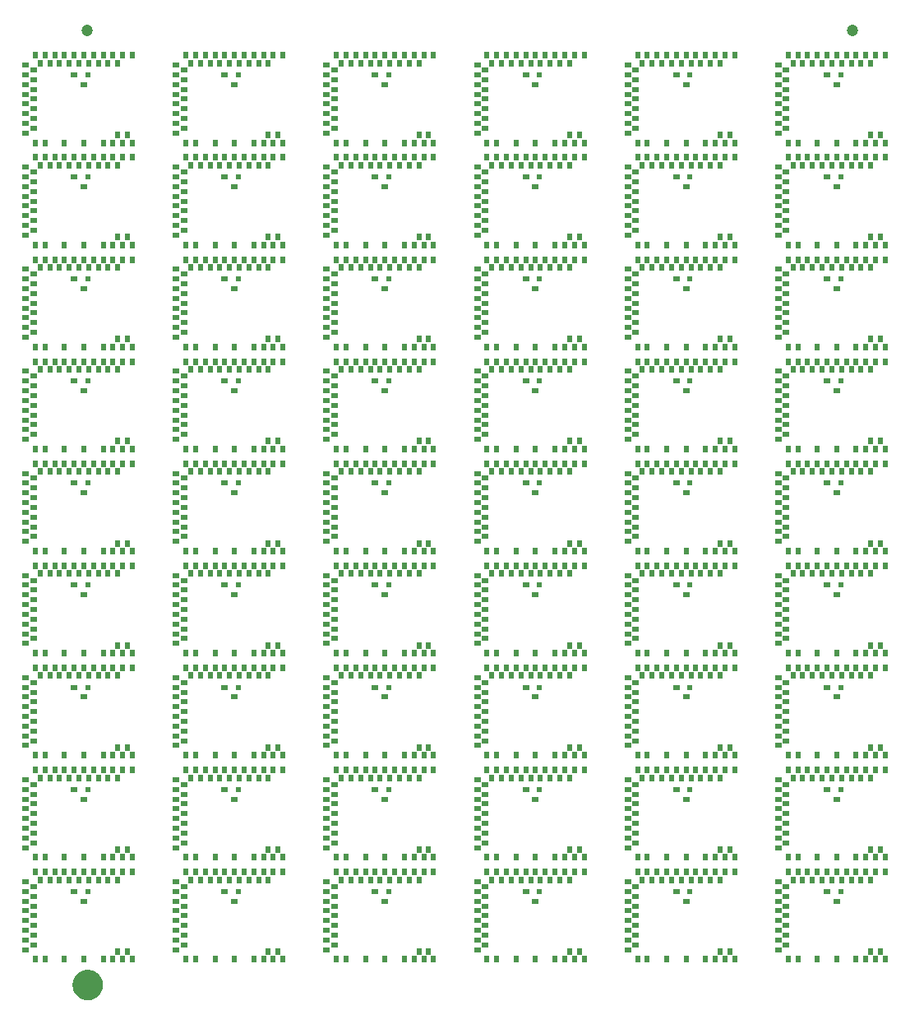
<source format=gbs>
G75*
%MOIN*%
%OFA0B0*%
%FSLAX25Y25*%
%IPPOS*%
%LPD*%
%AMOC8*
5,1,8,0,0,1.08239X$1,22.5*
%
%ADD10R,0.03162X0.02375*%
%ADD11R,0.02375X0.03162*%
%ADD12R,0.02178X0.02178*%
%ADD13C,0.04737*%
%ADD14C,0.05000*%
%ADD15C,0.06706*%
D10*
X0030719Y0034656D03*
X0033868Y0036624D03*
X0030719Y0038593D03*
X0033868Y0040561D03*
X0030719Y0042530D03*
X0033868Y0044498D03*
X0030719Y0046467D03*
X0033868Y0048435D03*
X0030719Y0050404D03*
X0033868Y0052372D03*
X0030719Y0054341D03*
X0033868Y0056309D03*
X0030719Y0058278D03*
X0033868Y0060246D03*
X0030719Y0062215D03*
X0030719Y0076026D03*
X0033868Y0077994D03*
X0030719Y0079963D03*
X0033868Y0081931D03*
X0030719Y0083900D03*
X0033868Y0085868D03*
X0030719Y0087837D03*
X0033868Y0089805D03*
X0030719Y0091774D03*
X0033868Y0093742D03*
X0030719Y0095711D03*
X0033868Y0097679D03*
X0030719Y0099648D03*
X0033868Y0101616D03*
X0030719Y0103585D03*
X0030719Y0117396D03*
X0033868Y0119364D03*
X0030719Y0121333D03*
X0033868Y0123301D03*
X0030719Y0125270D03*
X0033868Y0127238D03*
X0030719Y0129207D03*
X0033868Y0131175D03*
X0030719Y0133144D03*
X0033868Y0135112D03*
X0030719Y0137081D03*
X0033868Y0139049D03*
X0030719Y0141018D03*
X0033868Y0142986D03*
X0030719Y0144955D03*
X0030719Y0158766D03*
X0033868Y0160734D03*
X0030719Y0162703D03*
X0033868Y0164671D03*
X0030719Y0166640D03*
X0033868Y0168608D03*
X0030719Y0170577D03*
X0033868Y0172545D03*
X0030719Y0174514D03*
X0033868Y0176482D03*
X0030719Y0178451D03*
X0033868Y0180419D03*
X0030719Y0182388D03*
X0033868Y0184356D03*
X0030719Y0186325D03*
X0030719Y0200136D03*
X0033868Y0202104D03*
X0030719Y0204073D03*
X0033868Y0206041D03*
X0030719Y0208010D03*
X0033868Y0209978D03*
X0030719Y0211947D03*
X0033868Y0213915D03*
X0030719Y0215884D03*
X0033868Y0217852D03*
X0030719Y0219821D03*
X0033868Y0221789D03*
X0030719Y0223758D03*
X0033868Y0225726D03*
X0030719Y0227695D03*
X0030719Y0241506D03*
X0033868Y0243474D03*
X0030719Y0245443D03*
X0033868Y0247411D03*
X0030719Y0249380D03*
X0033868Y0251348D03*
X0030719Y0253317D03*
X0033868Y0255285D03*
X0030719Y0257254D03*
X0033868Y0259222D03*
X0030719Y0261191D03*
X0033868Y0263159D03*
X0030719Y0265128D03*
X0033868Y0267096D03*
X0030719Y0269065D03*
X0030719Y0282876D03*
X0033868Y0284845D03*
X0030719Y0286813D03*
X0033868Y0288782D03*
X0030719Y0290750D03*
X0033868Y0292719D03*
X0030719Y0294687D03*
X0033868Y0296656D03*
X0030719Y0298624D03*
X0033868Y0300593D03*
X0030719Y0302561D03*
X0033868Y0304530D03*
X0030719Y0306498D03*
X0033868Y0308467D03*
X0030719Y0310435D03*
X0030719Y0324246D03*
X0033868Y0326215D03*
X0030719Y0328183D03*
X0033868Y0330152D03*
X0030719Y0332120D03*
X0033868Y0334089D03*
X0030719Y0336057D03*
X0033868Y0338026D03*
X0030719Y0339994D03*
X0033868Y0341963D03*
X0030719Y0343931D03*
X0033868Y0345900D03*
X0030719Y0347868D03*
X0033868Y0349837D03*
X0030719Y0351805D03*
X0030719Y0365616D03*
X0033868Y0367585D03*
X0030719Y0369553D03*
X0033868Y0371522D03*
X0030719Y0373490D03*
X0033868Y0375459D03*
X0030719Y0377427D03*
X0033868Y0379396D03*
X0030719Y0381364D03*
X0033868Y0383333D03*
X0030719Y0385301D03*
X0033868Y0387270D03*
X0030719Y0389238D03*
X0033868Y0391207D03*
X0030719Y0393175D03*
X0050404Y0389238D03*
X0054341Y0385301D03*
X0091774Y0385301D03*
X0094923Y0383333D03*
X0091774Y0381364D03*
X0094923Y0379396D03*
X0091774Y0377427D03*
X0094923Y0375459D03*
X0091774Y0373490D03*
X0094923Y0371522D03*
X0091774Y0369553D03*
X0094923Y0367585D03*
X0091774Y0365616D03*
X0091774Y0351805D03*
X0094923Y0349837D03*
X0091774Y0347868D03*
X0094923Y0345900D03*
X0091774Y0343931D03*
X0094923Y0341963D03*
X0091774Y0339994D03*
X0094923Y0338026D03*
X0091774Y0336057D03*
X0094923Y0334089D03*
X0091774Y0332120D03*
X0094923Y0330152D03*
X0091774Y0328183D03*
X0094923Y0326215D03*
X0091774Y0324246D03*
X0091774Y0310435D03*
X0094923Y0308467D03*
X0091774Y0306498D03*
X0094923Y0304530D03*
X0091774Y0302561D03*
X0094923Y0300593D03*
X0091774Y0298624D03*
X0094923Y0296656D03*
X0091774Y0294687D03*
X0094923Y0292719D03*
X0091774Y0290750D03*
X0094923Y0288782D03*
X0091774Y0286813D03*
X0094923Y0284845D03*
X0091774Y0282876D03*
X0091774Y0269065D03*
X0094923Y0267096D03*
X0091774Y0265128D03*
X0094923Y0263159D03*
X0091774Y0261191D03*
X0094923Y0259222D03*
X0091774Y0257254D03*
X0094923Y0255285D03*
X0091774Y0253317D03*
X0094923Y0251348D03*
X0091774Y0249380D03*
X0094923Y0247411D03*
X0091774Y0245443D03*
X0094923Y0243474D03*
X0091774Y0241506D03*
X0091774Y0227695D03*
X0094923Y0225726D03*
X0091774Y0223758D03*
X0094923Y0221789D03*
X0091774Y0219821D03*
X0094923Y0217852D03*
X0091774Y0215884D03*
X0094923Y0213915D03*
X0091774Y0211947D03*
X0094923Y0209978D03*
X0091774Y0208010D03*
X0094923Y0206041D03*
X0091774Y0204073D03*
X0094923Y0202104D03*
X0091774Y0200136D03*
X0091774Y0186325D03*
X0094923Y0184356D03*
X0091774Y0182388D03*
X0094923Y0180419D03*
X0091774Y0178451D03*
X0094923Y0176482D03*
X0091774Y0174514D03*
X0094923Y0172545D03*
X0091774Y0170577D03*
X0094923Y0168608D03*
X0091774Y0166640D03*
X0094923Y0164671D03*
X0091774Y0162703D03*
X0094923Y0160734D03*
X0091774Y0158766D03*
X0091774Y0144955D03*
X0094923Y0142986D03*
X0091774Y0141018D03*
X0094923Y0139049D03*
X0091774Y0137081D03*
X0094923Y0135112D03*
X0091774Y0133144D03*
X0094923Y0131175D03*
X0091774Y0129207D03*
X0094923Y0127238D03*
X0091774Y0125270D03*
X0094923Y0123301D03*
X0091774Y0121333D03*
X0094923Y0119364D03*
X0091774Y0117396D03*
X0091774Y0103585D03*
X0094923Y0101616D03*
X0091774Y0099648D03*
X0094923Y0097679D03*
X0091774Y0095711D03*
X0094923Y0093742D03*
X0091774Y0091774D03*
X0094923Y0089805D03*
X0091774Y0087837D03*
X0094923Y0085868D03*
X0091774Y0083900D03*
X0094923Y0081931D03*
X0091774Y0079963D03*
X0094923Y0077994D03*
X0091774Y0076026D03*
X0091774Y0062215D03*
X0094923Y0060246D03*
X0091774Y0058278D03*
X0094923Y0056309D03*
X0091774Y0054341D03*
X0094923Y0052372D03*
X0091774Y0050404D03*
X0094923Y0048435D03*
X0091774Y0046467D03*
X0094923Y0044498D03*
X0091774Y0042530D03*
X0094923Y0040561D03*
X0091774Y0038593D03*
X0094923Y0036624D03*
X0091774Y0034656D03*
X0111459Y0058278D03*
X0115396Y0054341D03*
X0152829Y0054341D03*
X0155978Y0056309D03*
X0152829Y0058278D03*
X0155978Y0060246D03*
X0152829Y0062215D03*
X0155978Y0052372D03*
X0152829Y0050404D03*
X0155978Y0048435D03*
X0152829Y0046467D03*
X0155978Y0044498D03*
X0152829Y0042530D03*
X0155978Y0040561D03*
X0152829Y0038593D03*
X0155978Y0036624D03*
X0152829Y0034656D03*
X0172514Y0058278D03*
X0176451Y0054341D03*
X0155978Y0077994D03*
X0152829Y0076026D03*
X0152829Y0079963D03*
X0155978Y0081931D03*
X0152829Y0083900D03*
X0155978Y0085868D03*
X0152829Y0087837D03*
X0155978Y0089805D03*
X0152829Y0091774D03*
X0155978Y0093742D03*
X0152829Y0095711D03*
X0155978Y0097679D03*
X0152829Y0099648D03*
X0155978Y0101616D03*
X0152829Y0103585D03*
X0152829Y0117396D03*
X0155978Y0119364D03*
X0152829Y0121333D03*
X0155978Y0123301D03*
X0152829Y0125270D03*
X0155978Y0127238D03*
X0152829Y0129207D03*
X0155978Y0131175D03*
X0152829Y0133144D03*
X0155978Y0135112D03*
X0152829Y0137081D03*
X0155978Y0139049D03*
X0152829Y0141018D03*
X0155978Y0142986D03*
X0152829Y0144955D03*
X0152829Y0158766D03*
X0155978Y0160734D03*
X0152829Y0162703D03*
X0155978Y0164671D03*
X0152829Y0166640D03*
X0155978Y0168608D03*
X0152829Y0170577D03*
X0155978Y0172545D03*
X0152829Y0174514D03*
X0155978Y0176482D03*
X0152829Y0178451D03*
X0155978Y0180419D03*
X0152829Y0182388D03*
X0155978Y0184356D03*
X0152829Y0186325D03*
X0152829Y0200136D03*
X0155978Y0202104D03*
X0152829Y0204073D03*
X0155978Y0206041D03*
X0152829Y0208010D03*
X0155978Y0209978D03*
X0152829Y0211947D03*
X0155978Y0213915D03*
X0152829Y0215884D03*
X0155978Y0217852D03*
X0152829Y0219821D03*
X0155978Y0221789D03*
X0152829Y0223758D03*
X0155978Y0225726D03*
X0152829Y0227695D03*
X0152829Y0241506D03*
X0155978Y0243474D03*
X0152829Y0245443D03*
X0155978Y0247411D03*
X0152829Y0249380D03*
X0155978Y0251348D03*
X0152829Y0253317D03*
X0155978Y0255285D03*
X0152829Y0257254D03*
X0155978Y0259222D03*
X0152829Y0261191D03*
X0155978Y0263159D03*
X0152829Y0265128D03*
X0155978Y0267096D03*
X0152829Y0269065D03*
X0152829Y0282876D03*
X0155978Y0284845D03*
X0152829Y0286813D03*
X0155978Y0288782D03*
X0152829Y0290750D03*
X0155978Y0292719D03*
X0152829Y0294687D03*
X0155978Y0296656D03*
X0152829Y0298624D03*
X0155978Y0300593D03*
X0152829Y0302561D03*
X0155978Y0304530D03*
X0152829Y0306498D03*
X0155978Y0308467D03*
X0152829Y0310435D03*
X0152829Y0324246D03*
X0155978Y0326215D03*
X0152829Y0328183D03*
X0155978Y0330152D03*
X0152829Y0332120D03*
X0155978Y0334089D03*
X0152829Y0336057D03*
X0155978Y0338026D03*
X0152829Y0339994D03*
X0155978Y0341963D03*
X0152829Y0343931D03*
X0155978Y0345900D03*
X0152829Y0347868D03*
X0155978Y0349837D03*
X0152829Y0351805D03*
X0152829Y0365616D03*
X0155978Y0367585D03*
X0152829Y0369553D03*
X0155978Y0371522D03*
X0152829Y0373490D03*
X0155978Y0375459D03*
X0152829Y0377427D03*
X0155978Y0379396D03*
X0152829Y0381364D03*
X0155978Y0383333D03*
X0152829Y0385301D03*
X0155978Y0387270D03*
X0152829Y0389238D03*
X0155978Y0391207D03*
X0152829Y0393175D03*
X0172514Y0389238D03*
X0176451Y0385301D03*
X0213884Y0385301D03*
X0217034Y0383333D03*
X0213884Y0381364D03*
X0217034Y0379396D03*
X0213884Y0377427D03*
X0217034Y0375459D03*
X0213884Y0373490D03*
X0217034Y0371522D03*
X0213884Y0369553D03*
X0217034Y0367585D03*
X0213884Y0365616D03*
X0213884Y0351805D03*
X0217034Y0349837D03*
X0213884Y0347868D03*
X0217034Y0345900D03*
X0213884Y0343931D03*
X0217034Y0341963D03*
X0213884Y0339994D03*
X0217034Y0338026D03*
X0213884Y0336057D03*
X0217034Y0334089D03*
X0213884Y0332120D03*
X0217034Y0330152D03*
X0213884Y0328183D03*
X0217034Y0326215D03*
X0213884Y0324246D03*
X0213884Y0310435D03*
X0217034Y0308467D03*
X0213884Y0306498D03*
X0217034Y0304530D03*
X0213884Y0302561D03*
X0217034Y0300593D03*
X0213884Y0298624D03*
X0217034Y0296656D03*
X0213884Y0294687D03*
X0217034Y0292719D03*
X0213884Y0290750D03*
X0217034Y0288782D03*
X0213884Y0286813D03*
X0217034Y0284845D03*
X0213884Y0282876D03*
X0213884Y0269065D03*
X0217034Y0267096D03*
X0213884Y0265128D03*
X0217034Y0263159D03*
X0213884Y0261191D03*
X0217034Y0259222D03*
X0213884Y0257254D03*
X0217034Y0255285D03*
X0213884Y0253317D03*
X0217034Y0251348D03*
X0213884Y0249380D03*
X0217034Y0247411D03*
X0213884Y0245443D03*
X0217034Y0243474D03*
X0213884Y0241506D03*
X0213884Y0227695D03*
X0217034Y0225726D03*
X0213884Y0223758D03*
X0217034Y0221789D03*
X0213884Y0219821D03*
X0217034Y0217852D03*
X0213884Y0215884D03*
X0217034Y0213915D03*
X0213884Y0211947D03*
X0217034Y0209978D03*
X0213884Y0208010D03*
X0217034Y0206041D03*
X0213884Y0204073D03*
X0217034Y0202104D03*
X0213884Y0200136D03*
X0213884Y0186325D03*
X0217034Y0184356D03*
X0213884Y0182388D03*
X0217034Y0180419D03*
X0213884Y0178451D03*
X0217034Y0176482D03*
X0213884Y0174514D03*
X0217034Y0172545D03*
X0213884Y0170577D03*
X0217034Y0168608D03*
X0213884Y0166640D03*
X0217034Y0164671D03*
X0213884Y0162703D03*
X0217034Y0160734D03*
X0213884Y0158766D03*
X0213884Y0144955D03*
X0217034Y0142986D03*
X0213884Y0141018D03*
X0217034Y0139049D03*
X0213884Y0137081D03*
X0217034Y0135112D03*
X0213884Y0133144D03*
X0217034Y0131175D03*
X0213884Y0129207D03*
X0217034Y0127238D03*
X0213884Y0125270D03*
X0217034Y0123301D03*
X0213884Y0121333D03*
X0217034Y0119364D03*
X0213884Y0117396D03*
X0213884Y0103585D03*
X0217034Y0101616D03*
X0213884Y0099648D03*
X0217034Y0097679D03*
X0213884Y0095711D03*
X0217034Y0093742D03*
X0213884Y0091774D03*
X0217034Y0089805D03*
X0213884Y0087837D03*
X0217034Y0085868D03*
X0213884Y0083900D03*
X0217034Y0081931D03*
X0213884Y0079963D03*
X0217034Y0077994D03*
X0213884Y0076026D03*
X0213884Y0062215D03*
X0217034Y0060246D03*
X0213884Y0058278D03*
X0217034Y0056309D03*
X0213884Y0054341D03*
X0217034Y0052372D03*
X0213884Y0050404D03*
X0217034Y0048435D03*
X0213884Y0046467D03*
X0217034Y0044498D03*
X0213884Y0042530D03*
X0217034Y0040561D03*
X0213884Y0038593D03*
X0217034Y0036624D03*
X0213884Y0034656D03*
X0237506Y0054341D03*
X0233569Y0058278D03*
X0237506Y0095711D03*
X0233569Y0099648D03*
X0237506Y0137081D03*
X0233569Y0141018D03*
X0237506Y0178451D03*
X0233569Y0182388D03*
X0237506Y0219821D03*
X0233569Y0223758D03*
X0237506Y0261191D03*
X0233569Y0265128D03*
X0237506Y0302561D03*
X0233569Y0306498D03*
X0237506Y0343931D03*
X0233569Y0347868D03*
X0237506Y0385301D03*
X0233569Y0389238D03*
X0217034Y0387270D03*
X0213884Y0389238D03*
X0217034Y0391207D03*
X0213884Y0393175D03*
X0172514Y0347868D03*
X0176451Y0343931D03*
X0172514Y0306498D03*
X0176451Y0302561D03*
X0172514Y0265128D03*
X0176451Y0261191D03*
X0172514Y0223758D03*
X0176451Y0219821D03*
X0172514Y0182388D03*
X0176451Y0178451D03*
X0172514Y0141018D03*
X0176451Y0137081D03*
X0172514Y0099648D03*
X0176451Y0095711D03*
X0115396Y0095711D03*
X0111459Y0099648D03*
X0115396Y0137081D03*
X0111459Y0141018D03*
X0115396Y0178451D03*
X0111459Y0182388D03*
X0115396Y0219821D03*
X0111459Y0223758D03*
X0115396Y0261191D03*
X0111459Y0265128D03*
X0115396Y0302561D03*
X0111459Y0306498D03*
X0115396Y0343931D03*
X0111459Y0347868D03*
X0115396Y0385301D03*
X0111459Y0389238D03*
X0094923Y0387270D03*
X0091774Y0389238D03*
X0094923Y0391207D03*
X0091774Y0393175D03*
X0050404Y0347868D03*
X0054341Y0343931D03*
X0050404Y0306498D03*
X0054341Y0302561D03*
X0050404Y0265128D03*
X0054341Y0261191D03*
X0050404Y0223758D03*
X0054341Y0219821D03*
X0050404Y0182388D03*
X0054341Y0178451D03*
X0050404Y0141018D03*
X0054341Y0137081D03*
X0050404Y0099648D03*
X0054341Y0095711D03*
X0050404Y0058278D03*
X0054341Y0054341D03*
X0274939Y0054341D03*
X0278089Y0056309D03*
X0274939Y0058278D03*
X0278089Y0060246D03*
X0274939Y0062215D03*
X0278089Y0052372D03*
X0274939Y0050404D03*
X0278089Y0048435D03*
X0274939Y0046467D03*
X0278089Y0044498D03*
X0274939Y0042530D03*
X0278089Y0040561D03*
X0274939Y0038593D03*
X0278089Y0036624D03*
X0274939Y0034656D03*
X0294624Y0058278D03*
X0298561Y0054341D03*
X0278089Y0077994D03*
X0274939Y0076026D03*
X0274939Y0079963D03*
X0278089Y0081931D03*
X0274939Y0083900D03*
X0278089Y0085868D03*
X0274939Y0087837D03*
X0278089Y0089805D03*
X0274939Y0091774D03*
X0278089Y0093742D03*
X0274939Y0095711D03*
X0278089Y0097679D03*
X0274939Y0099648D03*
X0278089Y0101616D03*
X0274939Y0103585D03*
X0274939Y0117396D03*
X0278089Y0119364D03*
X0274939Y0121333D03*
X0278089Y0123301D03*
X0274939Y0125270D03*
X0278089Y0127238D03*
X0274939Y0129207D03*
X0278089Y0131175D03*
X0274939Y0133144D03*
X0278089Y0135112D03*
X0274939Y0137081D03*
X0278089Y0139049D03*
X0274939Y0141018D03*
X0278089Y0142986D03*
X0274939Y0144955D03*
X0274939Y0158766D03*
X0278089Y0160734D03*
X0274939Y0162703D03*
X0278089Y0164671D03*
X0274939Y0166640D03*
X0278089Y0168608D03*
X0274939Y0170577D03*
X0278089Y0172545D03*
X0274939Y0174514D03*
X0278089Y0176482D03*
X0274939Y0178451D03*
X0278089Y0180419D03*
X0274939Y0182388D03*
X0278089Y0184356D03*
X0274939Y0186325D03*
X0274939Y0200136D03*
X0278089Y0202104D03*
X0274939Y0204073D03*
X0278089Y0206041D03*
X0274939Y0208010D03*
X0278089Y0209978D03*
X0274939Y0211947D03*
X0278089Y0213915D03*
X0274939Y0215884D03*
X0278089Y0217852D03*
X0274939Y0219821D03*
X0278089Y0221789D03*
X0274939Y0223758D03*
X0278089Y0225726D03*
X0274939Y0227695D03*
X0274939Y0241506D03*
X0278089Y0243474D03*
X0274939Y0245443D03*
X0278089Y0247411D03*
X0274939Y0249380D03*
X0278089Y0251348D03*
X0274939Y0253317D03*
X0278089Y0255285D03*
X0274939Y0257254D03*
X0278089Y0259222D03*
X0274939Y0261191D03*
X0278089Y0263159D03*
X0274939Y0265128D03*
X0278089Y0267096D03*
X0274939Y0269065D03*
X0274939Y0282876D03*
X0278089Y0284845D03*
X0274939Y0286813D03*
X0278089Y0288782D03*
X0274939Y0290750D03*
X0278089Y0292719D03*
X0274939Y0294687D03*
X0278089Y0296656D03*
X0274939Y0298624D03*
X0278089Y0300593D03*
X0274939Y0302561D03*
X0278089Y0304530D03*
X0274939Y0306498D03*
X0278089Y0308467D03*
X0274939Y0310435D03*
X0274939Y0324246D03*
X0278089Y0326215D03*
X0274939Y0328183D03*
X0278089Y0330152D03*
X0274939Y0332120D03*
X0278089Y0334089D03*
X0274939Y0336057D03*
X0278089Y0338026D03*
X0274939Y0339994D03*
X0278089Y0341963D03*
X0274939Y0343931D03*
X0278089Y0345900D03*
X0274939Y0347868D03*
X0278089Y0349837D03*
X0274939Y0351805D03*
X0274939Y0365616D03*
X0278089Y0367585D03*
X0274939Y0369553D03*
X0278089Y0371522D03*
X0274939Y0373490D03*
X0278089Y0375459D03*
X0274939Y0377427D03*
X0278089Y0379396D03*
X0274939Y0381364D03*
X0278089Y0383333D03*
X0274939Y0385301D03*
X0278089Y0387270D03*
X0274939Y0389238D03*
X0278089Y0391207D03*
X0274939Y0393175D03*
X0294624Y0389238D03*
X0298561Y0385301D03*
X0335994Y0385301D03*
X0339144Y0383333D03*
X0335994Y0381364D03*
X0339144Y0379396D03*
X0335994Y0377427D03*
X0339144Y0375459D03*
X0335994Y0373490D03*
X0339144Y0371522D03*
X0335994Y0369553D03*
X0339144Y0367585D03*
X0335994Y0365616D03*
X0335994Y0351805D03*
X0339144Y0349837D03*
X0335994Y0347868D03*
X0339144Y0345900D03*
X0335994Y0343931D03*
X0339144Y0341963D03*
X0335994Y0339994D03*
X0339144Y0338026D03*
X0335994Y0336057D03*
X0339144Y0334089D03*
X0335994Y0332120D03*
X0339144Y0330152D03*
X0335994Y0328183D03*
X0339144Y0326215D03*
X0335994Y0324246D03*
X0335994Y0310435D03*
X0339144Y0308467D03*
X0335994Y0306498D03*
X0339144Y0304530D03*
X0335994Y0302561D03*
X0339144Y0300593D03*
X0335994Y0298624D03*
X0339144Y0296656D03*
X0335994Y0294687D03*
X0339144Y0292719D03*
X0335994Y0290750D03*
X0339144Y0288782D03*
X0335994Y0286813D03*
X0339144Y0284845D03*
X0335994Y0282876D03*
X0335994Y0269065D03*
X0339144Y0267096D03*
X0335994Y0265128D03*
X0339144Y0263159D03*
X0335994Y0261191D03*
X0339144Y0259222D03*
X0335994Y0257254D03*
X0339144Y0255285D03*
X0335994Y0253317D03*
X0339144Y0251348D03*
X0335994Y0249380D03*
X0339144Y0247411D03*
X0335994Y0245443D03*
X0339144Y0243474D03*
X0335994Y0241506D03*
X0335994Y0227695D03*
X0339144Y0225726D03*
X0335994Y0223758D03*
X0339144Y0221789D03*
X0335994Y0219821D03*
X0339144Y0217852D03*
X0335994Y0215884D03*
X0339144Y0213915D03*
X0335994Y0211947D03*
X0339144Y0209978D03*
X0335994Y0208010D03*
X0339144Y0206041D03*
X0335994Y0204073D03*
X0339144Y0202104D03*
X0335994Y0200136D03*
X0335994Y0186325D03*
X0339144Y0184356D03*
X0335994Y0182388D03*
X0339144Y0180419D03*
X0335994Y0178451D03*
X0339144Y0176482D03*
X0335994Y0174514D03*
X0339144Y0172545D03*
X0335994Y0170577D03*
X0339144Y0168608D03*
X0335994Y0166640D03*
X0339144Y0164671D03*
X0335994Y0162703D03*
X0339144Y0160734D03*
X0335994Y0158766D03*
X0335994Y0144955D03*
X0339144Y0142986D03*
X0335994Y0141018D03*
X0339144Y0139049D03*
X0335994Y0137081D03*
X0339144Y0135112D03*
X0335994Y0133144D03*
X0339144Y0131175D03*
X0335994Y0129207D03*
X0339144Y0127238D03*
X0335994Y0125270D03*
X0339144Y0123301D03*
X0335994Y0121333D03*
X0339144Y0119364D03*
X0335994Y0117396D03*
X0335994Y0103585D03*
X0339144Y0101616D03*
X0335994Y0099648D03*
X0339144Y0097679D03*
X0335994Y0095711D03*
X0339144Y0093742D03*
X0335994Y0091774D03*
X0339144Y0089805D03*
X0335994Y0087837D03*
X0339144Y0085868D03*
X0335994Y0083900D03*
X0339144Y0081931D03*
X0335994Y0079963D03*
X0339144Y0077994D03*
X0335994Y0076026D03*
X0335994Y0062215D03*
X0339144Y0060246D03*
X0335994Y0058278D03*
X0339144Y0056309D03*
X0335994Y0054341D03*
X0339144Y0052372D03*
X0335994Y0050404D03*
X0339144Y0048435D03*
X0335994Y0046467D03*
X0339144Y0044498D03*
X0335994Y0042530D03*
X0339144Y0040561D03*
X0335994Y0038593D03*
X0339144Y0036624D03*
X0335994Y0034656D03*
X0355679Y0058278D03*
X0359616Y0054341D03*
X0359616Y0095711D03*
X0355679Y0099648D03*
X0359616Y0137081D03*
X0355679Y0141018D03*
X0359616Y0178451D03*
X0355679Y0182388D03*
X0359616Y0219821D03*
X0355679Y0223758D03*
X0359616Y0261191D03*
X0355679Y0265128D03*
X0359616Y0302561D03*
X0355679Y0306498D03*
X0359616Y0343931D03*
X0355679Y0347868D03*
X0359616Y0385301D03*
X0355679Y0389238D03*
X0339144Y0387270D03*
X0335994Y0389238D03*
X0339144Y0391207D03*
X0335994Y0393175D03*
X0294624Y0347868D03*
X0298561Y0343931D03*
X0294624Y0306498D03*
X0298561Y0302561D03*
X0294624Y0265128D03*
X0298561Y0261191D03*
X0294624Y0223758D03*
X0298561Y0219821D03*
X0294624Y0182388D03*
X0298561Y0178451D03*
X0294624Y0141018D03*
X0298561Y0137081D03*
X0294624Y0099648D03*
X0298561Y0095711D03*
D11*
X0034656Y0030719D03*
X0038593Y0030719D03*
X0046467Y0030719D03*
X0054341Y0030719D03*
X0062215Y0030719D03*
X0066152Y0030719D03*
X0068120Y0033868D03*
X0070089Y0030719D03*
X0072057Y0033868D03*
X0074026Y0030719D03*
X0095711Y0030719D03*
X0099648Y0030719D03*
X0107522Y0030719D03*
X0115396Y0030719D03*
X0123270Y0030719D03*
X0127207Y0030719D03*
X0129175Y0033868D03*
X0131144Y0030719D03*
X0133112Y0033868D03*
X0135081Y0030719D03*
X0156766Y0030719D03*
X0160703Y0030719D03*
X0168577Y0030719D03*
X0176451Y0030719D03*
X0184325Y0030719D03*
X0188262Y0030719D03*
X0190230Y0033868D03*
X0192199Y0030719D03*
X0194167Y0033868D03*
X0196136Y0030719D03*
X0217821Y0030719D03*
X0221758Y0030719D03*
X0229632Y0030719D03*
X0237506Y0030719D03*
X0245380Y0030719D03*
X0249317Y0030719D03*
X0251285Y0033868D03*
X0253254Y0030719D03*
X0255222Y0033868D03*
X0257191Y0030719D03*
X0278876Y0030719D03*
X0282813Y0030719D03*
X0290687Y0030719D03*
X0298561Y0030719D03*
X0306435Y0030719D03*
X0310372Y0030719D03*
X0312341Y0033868D03*
X0314309Y0030719D03*
X0316278Y0033868D03*
X0318246Y0030719D03*
X0339931Y0030719D03*
X0343868Y0030719D03*
X0351742Y0030719D03*
X0359616Y0030719D03*
X0367490Y0030719D03*
X0371427Y0030719D03*
X0373396Y0033868D03*
X0375364Y0030719D03*
X0377333Y0033868D03*
X0379301Y0030719D03*
X0373396Y0063002D03*
X0375364Y0066152D03*
X0371427Y0066152D03*
X0369459Y0063002D03*
X0367490Y0066152D03*
X0365522Y0063002D03*
X0363553Y0066152D03*
X0361585Y0063002D03*
X0359616Y0066152D03*
X0357648Y0063002D03*
X0355679Y0066152D03*
X0353711Y0063002D03*
X0351742Y0066152D03*
X0349774Y0063002D03*
X0347805Y0066152D03*
X0345837Y0063002D03*
X0343868Y0066152D03*
X0341900Y0063002D03*
X0339931Y0066152D03*
X0339931Y0072089D03*
X0343868Y0072089D03*
X0351742Y0072089D03*
X0359616Y0072089D03*
X0367490Y0072089D03*
X0371427Y0072089D03*
X0373396Y0075238D03*
X0375364Y0072089D03*
X0377333Y0075238D03*
X0379301Y0072089D03*
X0379301Y0066152D03*
X0373396Y0104372D03*
X0375364Y0107522D03*
X0371427Y0107522D03*
X0369459Y0104372D03*
X0367490Y0107522D03*
X0365522Y0104372D03*
X0363553Y0107522D03*
X0361585Y0104372D03*
X0359616Y0107522D03*
X0357648Y0104372D03*
X0355679Y0107522D03*
X0353711Y0104372D03*
X0351742Y0107522D03*
X0349774Y0104372D03*
X0347805Y0107522D03*
X0345837Y0104372D03*
X0343868Y0107522D03*
X0341900Y0104372D03*
X0339931Y0107522D03*
X0339931Y0113459D03*
X0343868Y0113459D03*
X0351742Y0113459D03*
X0359616Y0113459D03*
X0367490Y0113459D03*
X0371427Y0113459D03*
X0373396Y0116608D03*
X0375364Y0113459D03*
X0377333Y0116608D03*
X0379301Y0113459D03*
X0379301Y0107522D03*
X0373396Y0145742D03*
X0375364Y0148892D03*
X0371427Y0148892D03*
X0369459Y0145742D03*
X0367490Y0148892D03*
X0365522Y0145742D03*
X0363553Y0148892D03*
X0361585Y0145742D03*
X0359616Y0148892D03*
X0357648Y0145742D03*
X0355679Y0148892D03*
X0353711Y0145742D03*
X0351742Y0148892D03*
X0349774Y0145742D03*
X0347805Y0148892D03*
X0345837Y0145742D03*
X0343868Y0148892D03*
X0341900Y0145742D03*
X0339931Y0148892D03*
X0339931Y0154829D03*
X0343868Y0154829D03*
X0351742Y0154829D03*
X0359616Y0154829D03*
X0367490Y0154829D03*
X0371427Y0154829D03*
X0373396Y0157978D03*
X0375364Y0154829D03*
X0377333Y0157978D03*
X0379301Y0154829D03*
X0379301Y0148892D03*
X0373396Y0187112D03*
X0375364Y0190262D03*
X0371427Y0190262D03*
X0369459Y0187112D03*
X0367490Y0190262D03*
X0365522Y0187112D03*
X0363553Y0190262D03*
X0361585Y0187112D03*
X0359616Y0190262D03*
X0357648Y0187112D03*
X0355679Y0190262D03*
X0353711Y0187112D03*
X0351742Y0190262D03*
X0349774Y0187112D03*
X0347805Y0190262D03*
X0345837Y0187112D03*
X0343868Y0190262D03*
X0341900Y0187112D03*
X0339931Y0190262D03*
X0339931Y0196199D03*
X0343868Y0196199D03*
X0351742Y0196199D03*
X0359616Y0196199D03*
X0367490Y0196199D03*
X0371427Y0196199D03*
X0373396Y0199348D03*
X0375364Y0196199D03*
X0377333Y0199348D03*
X0379301Y0196199D03*
X0379301Y0190262D03*
X0373396Y0228482D03*
X0375364Y0231632D03*
X0371427Y0231632D03*
X0369459Y0228482D03*
X0367490Y0231632D03*
X0365522Y0228482D03*
X0363553Y0231632D03*
X0361585Y0228482D03*
X0359616Y0231632D03*
X0357648Y0228482D03*
X0355679Y0231632D03*
X0353711Y0228482D03*
X0351742Y0231632D03*
X0349774Y0228482D03*
X0347805Y0231632D03*
X0345837Y0228482D03*
X0343868Y0231632D03*
X0341900Y0228482D03*
X0339931Y0231632D03*
X0339931Y0237569D03*
X0343868Y0237569D03*
X0351742Y0237569D03*
X0359616Y0237569D03*
X0367490Y0237569D03*
X0371427Y0237569D03*
X0373396Y0240719D03*
X0375364Y0237569D03*
X0377333Y0240719D03*
X0379301Y0237569D03*
X0379301Y0231632D03*
X0373396Y0269852D03*
X0375364Y0273002D03*
X0371427Y0273002D03*
X0369459Y0269852D03*
X0367490Y0273002D03*
X0365522Y0269852D03*
X0363553Y0273002D03*
X0361585Y0269852D03*
X0359616Y0273002D03*
X0357648Y0269852D03*
X0355679Y0273002D03*
X0353711Y0269852D03*
X0351742Y0273002D03*
X0349774Y0269852D03*
X0347805Y0273002D03*
X0345837Y0269852D03*
X0343868Y0273002D03*
X0341900Y0269852D03*
X0339931Y0273002D03*
X0339931Y0278939D03*
X0343868Y0278939D03*
X0351742Y0278939D03*
X0359616Y0278939D03*
X0367490Y0278939D03*
X0371427Y0278939D03*
X0373396Y0282089D03*
X0375364Y0278939D03*
X0377333Y0282089D03*
X0379301Y0278939D03*
X0379301Y0273002D03*
X0373396Y0311222D03*
X0375364Y0314372D03*
X0371427Y0314372D03*
X0369459Y0311222D03*
X0367490Y0314372D03*
X0365522Y0311222D03*
X0363553Y0314372D03*
X0361585Y0311222D03*
X0359616Y0314372D03*
X0357648Y0311222D03*
X0355679Y0314372D03*
X0353711Y0311222D03*
X0351742Y0314372D03*
X0349774Y0311222D03*
X0347805Y0314372D03*
X0345837Y0311222D03*
X0343868Y0314372D03*
X0341900Y0311222D03*
X0339931Y0314372D03*
X0339931Y0320309D03*
X0343868Y0320309D03*
X0351742Y0320309D03*
X0359616Y0320309D03*
X0367490Y0320309D03*
X0371427Y0320309D03*
X0373396Y0323459D03*
X0375364Y0320309D03*
X0377333Y0323459D03*
X0379301Y0320309D03*
X0379301Y0314372D03*
X0373396Y0352593D03*
X0375364Y0355742D03*
X0371427Y0355742D03*
X0369459Y0352593D03*
X0367490Y0355742D03*
X0365522Y0352593D03*
X0363553Y0355742D03*
X0361585Y0352593D03*
X0359616Y0355742D03*
X0357648Y0352593D03*
X0355679Y0355742D03*
X0353711Y0352593D03*
X0351742Y0355742D03*
X0349774Y0352593D03*
X0347805Y0355742D03*
X0345837Y0352593D03*
X0343868Y0355742D03*
X0341900Y0352593D03*
X0339931Y0355742D03*
X0339931Y0361679D03*
X0343868Y0361679D03*
X0351742Y0361679D03*
X0359616Y0361679D03*
X0367490Y0361679D03*
X0371427Y0361679D03*
X0373396Y0364829D03*
X0375364Y0361679D03*
X0377333Y0364829D03*
X0379301Y0361679D03*
X0379301Y0355742D03*
X0373396Y0393963D03*
X0375364Y0397112D03*
X0371427Y0397112D03*
X0369459Y0393963D03*
X0367490Y0397112D03*
X0365522Y0393963D03*
X0363553Y0397112D03*
X0361585Y0393963D03*
X0359616Y0397112D03*
X0357648Y0393963D03*
X0355679Y0397112D03*
X0353711Y0393963D03*
X0351742Y0397112D03*
X0349774Y0393963D03*
X0347805Y0397112D03*
X0345837Y0393963D03*
X0343868Y0397112D03*
X0341900Y0393963D03*
X0339931Y0397112D03*
X0318246Y0397112D03*
X0314309Y0397112D03*
X0312341Y0393963D03*
X0310372Y0397112D03*
X0308404Y0393963D03*
X0306435Y0397112D03*
X0304467Y0393963D03*
X0302498Y0397112D03*
X0300530Y0393963D03*
X0298561Y0397112D03*
X0296593Y0393963D03*
X0294624Y0397112D03*
X0292656Y0393963D03*
X0290687Y0397112D03*
X0288719Y0393963D03*
X0286750Y0397112D03*
X0284782Y0393963D03*
X0282813Y0397112D03*
X0280845Y0393963D03*
X0278876Y0397112D03*
X0257191Y0397112D03*
X0253254Y0397112D03*
X0251285Y0393963D03*
X0249317Y0397112D03*
X0247348Y0393963D03*
X0245380Y0397112D03*
X0243411Y0393963D03*
X0241443Y0397112D03*
X0239474Y0393963D03*
X0237506Y0397112D03*
X0235537Y0393963D03*
X0233569Y0397112D03*
X0231600Y0393963D03*
X0229632Y0397112D03*
X0227663Y0393963D03*
X0225695Y0397112D03*
X0223726Y0393963D03*
X0221758Y0397112D03*
X0219789Y0393963D03*
X0217821Y0397112D03*
X0196136Y0397112D03*
X0192199Y0397112D03*
X0190230Y0393963D03*
X0188262Y0397112D03*
X0186293Y0393963D03*
X0184325Y0397112D03*
X0182356Y0393963D03*
X0180388Y0397112D03*
X0178419Y0393963D03*
X0176451Y0397112D03*
X0174482Y0393963D03*
X0172514Y0397112D03*
X0170545Y0393963D03*
X0168577Y0397112D03*
X0166608Y0393963D03*
X0164640Y0397112D03*
X0162671Y0393963D03*
X0160703Y0397112D03*
X0158734Y0393963D03*
X0156766Y0397112D03*
X0135081Y0397112D03*
X0131144Y0397112D03*
X0129175Y0393963D03*
X0127207Y0397112D03*
X0125238Y0393963D03*
X0123270Y0397112D03*
X0121301Y0393963D03*
X0119333Y0397112D03*
X0117364Y0393963D03*
X0115396Y0397112D03*
X0113427Y0393963D03*
X0111459Y0397112D03*
X0109490Y0393963D03*
X0107522Y0397112D03*
X0105553Y0393963D03*
X0103585Y0397112D03*
X0101616Y0393963D03*
X0099648Y0397112D03*
X0097679Y0393963D03*
X0095711Y0397112D03*
X0074026Y0397112D03*
X0070089Y0397112D03*
X0068120Y0393963D03*
X0066152Y0397112D03*
X0064183Y0393963D03*
X0062215Y0397112D03*
X0060246Y0393963D03*
X0058278Y0397112D03*
X0056309Y0393963D03*
X0054341Y0397112D03*
X0052372Y0393963D03*
X0050404Y0397112D03*
X0048435Y0393963D03*
X0046467Y0397112D03*
X0044498Y0393963D03*
X0042530Y0397112D03*
X0040561Y0393963D03*
X0038593Y0397112D03*
X0036624Y0393963D03*
X0034656Y0397112D03*
X0034656Y0361679D03*
X0038593Y0361679D03*
X0038593Y0355742D03*
X0040561Y0352593D03*
X0042530Y0355742D03*
X0044498Y0352593D03*
X0046467Y0355742D03*
X0048435Y0352593D03*
X0050404Y0355742D03*
X0052372Y0352593D03*
X0054341Y0355742D03*
X0056309Y0352593D03*
X0058278Y0355742D03*
X0060246Y0352593D03*
X0062215Y0355742D03*
X0064183Y0352593D03*
X0066152Y0355742D03*
X0068120Y0352593D03*
X0070089Y0355742D03*
X0074026Y0355742D03*
X0074026Y0361679D03*
X0072057Y0364829D03*
X0070089Y0361679D03*
X0068120Y0364829D03*
X0066152Y0361679D03*
X0062215Y0361679D03*
X0054341Y0361679D03*
X0046467Y0361679D03*
X0036624Y0352593D03*
X0034656Y0355742D03*
X0068120Y0323459D03*
X0066152Y0320309D03*
X0070089Y0320309D03*
X0072057Y0323459D03*
X0074026Y0320309D03*
X0074026Y0314372D03*
X0070089Y0314372D03*
X0068120Y0311222D03*
X0066152Y0314372D03*
X0064183Y0311222D03*
X0062215Y0314372D03*
X0060246Y0311222D03*
X0058278Y0314372D03*
X0056309Y0311222D03*
X0054341Y0314372D03*
X0052372Y0311222D03*
X0050404Y0314372D03*
X0048435Y0311222D03*
X0046467Y0314372D03*
X0044498Y0311222D03*
X0042530Y0314372D03*
X0040561Y0311222D03*
X0038593Y0314372D03*
X0036624Y0311222D03*
X0034656Y0314372D03*
X0034656Y0320309D03*
X0038593Y0320309D03*
X0046467Y0320309D03*
X0054341Y0320309D03*
X0062215Y0320309D03*
X0095711Y0320309D03*
X0099648Y0320309D03*
X0099648Y0314372D03*
X0101616Y0311222D03*
X0103585Y0314372D03*
X0105553Y0311222D03*
X0107522Y0314372D03*
X0109490Y0311222D03*
X0111459Y0314372D03*
X0113427Y0311222D03*
X0115396Y0314372D03*
X0117364Y0311222D03*
X0119333Y0314372D03*
X0121301Y0311222D03*
X0123270Y0314372D03*
X0125238Y0311222D03*
X0127207Y0314372D03*
X0129175Y0311222D03*
X0131144Y0314372D03*
X0135081Y0314372D03*
X0135081Y0320309D03*
X0133112Y0323459D03*
X0131144Y0320309D03*
X0129175Y0323459D03*
X0127207Y0320309D03*
X0123270Y0320309D03*
X0115396Y0320309D03*
X0107522Y0320309D03*
X0095711Y0314372D03*
X0097679Y0311222D03*
X0072057Y0282089D03*
X0070089Y0278939D03*
X0068120Y0282089D03*
X0066152Y0278939D03*
X0062215Y0278939D03*
X0062215Y0273002D03*
X0064183Y0269852D03*
X0066152Y0273002D03*
X0068120Y0269852D03*
X0070089Y0273002D03*
X0074026Y0273002D03*
X0074026Y0278939D03*
X0060246Y0269852D03*
X0058278Y0273002D03*
X0056309Y0269852D03*
X0054341Y0273002D03*
X0052372Y0269852D03*
X0050404Y0273002D03*
X0048435Y0269852D03*
X0046467Y0273002D03*
X0044498Y0269852D03*
X0042530Y0273002D03*
X0040561Y0269852D03*
X0038593Y0273002D03*
X0036624Y0269852D03*
X0034656Y0273002D03*
X0034656Y0278939D03*
X0038593Y0278939D03*
X0046467Y0278939D03*
X0054341Y0278939D03*
X0068120Y0240719D03*
X0066152Y0237569D03*
X0070089Y0237569D03*
X0072057Y0240719D03*
X0074026Y0237569D03*
X0074026Y0231632D03*
X0070089Y0231632D03*
X0068120Y0228482D03*
X0066152Y0231632D03*
X0064183Y0228482D03*
X0062215Y0231632D03*
X0060246Y0228482D03*
X0058278Y0231632D03*
X0056309Y0228482D03*
X0054341Y0231632D03*
X0052372Y0228482D03*
X0050404Y0231632D03*
X0048435Y0228482D03*
X0046467Y0231632D03*
X0044498Y0228482D03*
X0042530Y0231632D03*
X0040561Y0228482D03*
X0038593Y0231632D03*
X0036624Y0228482D03*
X0034656Y0231632D03*
X0034656Y0237569D03*
X0038593Y0237569D03*
X0046467Y0237569D03*
X0054341Y0237569D03*
X0062215Y0237569D03*
X0095711Y0237569D03*
X0099648Y0237569D03*
X0099648Y0231632D03*
X0101616Y0228482D03*
X0103585Y0231632D03*
X0105553Y0228482D03*
X0107522Y0231632D03*
X0109490Y0228482D03*
X0111459Y0231632D03*
X0113427Y0228482D03*
X0115396Y0231632D03*
X0117364Y0228482D03*
X0119333Y0231632D03*
X0121301Y0228482D03*
X0123270Y0231632D03*
X0125238Y0228482D03*
X0127207Y0231632D03*
X0129175Y0228482D03*
X0131144Y0231632D03*
X0135081Y0231632D03*
X0135081Y0237569D03*
X0133112Y0240719D03*
X0131144Y0237569D03*
X0129175Y0240719D03*
X0127207Y0237569D03*
X0123270Y0237569D03*
X0115396Y0237569D03*
X0107522Y0237569D03*
X0095711Y0231632D03*
X0097679Y0228482D03*
X0072057Y0199348D03*
X0070089Y0196199D03*
X0068120Y0199348D03*
X0066152Y0196199D03*
X0062215Y0196199D03*
X0062215Y0190262D03*
X0064183Y0187112D03*
X0066152Y0190262D03*
X0068120Y0187112D03*
X0070089Y0190262D03*
X0074026Y0190262D03*
X0074026Y0196199D03*
X0060246Y0187112D03*
X0058278Y0190262D03*
X0056309Y0187112D03*
X0054341Y0190262D03*
X0052372Y0187112D03*
X0050404Y0190262D03*
X0048435Y0187112D03*
X0046467Y0190262D03*
X0044498Y0187112D03*
X0042530Y0190262D03*
X0040561Y0187112D03*
X0038593Y0190262D03*
X0036624Y0187112D03*
X0034656Y0190262D03*
X0034656Y0196199D03*
X0038593Y0196199D03*
X0046467Y0196199D03*
X0054341Y0196199D03*
X0068120Y0157978D03*
X0066152Y0154829D03*
X0070089Y0154829D03*
X0072057Y0157978D03*
X0074026Y0154829D03*
X0074026Y0148892D03*
X0070089Y0148892D03*
X0068120Y0145742D03*
X0066152Y0148892D03*
X0064183Y0145742D03*
X0062215Y0148892D03*
X0060246Y0145742D03*
X0058278Y0148892D03*
X0056309Y0145742D03*
X0054341Y0148892D03*
X0052372Y0145742D03*
X0050404Y0148892D03*
X0048435Y0145742D03*
X0046467Y0148892D03*
X0044498Y0145742D03*
X0042530Y0148892D03*
X0040561Y0145742D03*
X0038593Y0148892D03*
X0036624Y0145742D03*
X0034656Y0148892D03*
X0034656Y0154829D03*
X0038593Y0154829D03*
X0046467Y0154829D03*
X0054341Y0154829D03*
X0062215Y0154829D03*
X0095711Y0154829D03*
X0099648Y0154829D03*
X0107522Y0154829D03*
X0107522Y0148892D03*
X0109490Y0145742D03*
X0111459Y0148892D03*
X0113427Y0145742D03*
X0115396Y0148892D03*
X0117364Y0145742D03*
X0119333Y0148892D03*
X0121301Y0145742D03*
X0123270Y0148892D03*
X0125238Y0145742D03*
X0127207Y0148892D03*
X0129175Y0145742D03*
X0131144Y0148892D03*
X0135081Y0148892D03*
X0135081Y0154829D03*
X0133112Y0157978D03*
X0131144Y0154829D03*
X0129175Y0157978D03*
X0127207Y0154829D03*
X0123270Y0154829D03*
X0115396Y0154829D03*
X0105553Y0145742D03*
X0103585Y0148892D03*
X0101616Y0145742D03*
X0099648Y0148892D03*
X0097679Y0145742D03*
X0095711Y0148892D03*
X0095711Y0113459D03*
X0099648Y0113459D03*
X0107522Y0113459D03*
X0107522Y0107522D03*
X0109490Y0104372D03*
X0111459Y0107522D03*
X0113427Y0104372D03*
X0115396Y0107522D03*
X0117364Y0104372D03*
X0119333Y0107522D03*
X0121301Y0104372D03*
X0123270Y0107522D03*
X0125238Y0104372D03*
X0127207Y0107522D03*
X0129175Y0104372D03*
X0131144Y0107522D03*
X0135081Y0107522D03*
X0135081Y0113459D03*
X0133112Y0116608D03*
X0131144Y0113459D03*
X0129175Y0116608D03*
X0127207Y0113459D03*
X0123270Y0113459D03*
X0115396Y0113459D03*
X0105553Y0104372D03*
X0103585Y0107522D03*
X0101616Y0104372D03*
X0099648Y0107522D03*
X0097679Y0104372D03*
X0095711Y0107522D03*
X0074026Y0107522D03*
X0070089Y0107522D03*
X0068120Y0104372D03*
X0066152Y0107522D03*
X0064183Y0104372D03*
X0062215Y0107522D03*
X0060246Y0104372D03*
X0058278Y0107522D03*
X0056309Y0104372D03*
X0054341Y0107522D03*
X0052372Y0104372D03*
X0050404Y0107522D03*
X0048435Y0104372D03*
X0046467Y0107522D03*
X0044498Y0104372D03*
X0042530Y0107522D03*
X0040561Y0104372D03*
X0038593Y0107522D03*
X0036624Y0104372D03*
X0034656Y0107522D03*
X0034656Y0113459D03*
X0038593Y0113459D03*
X0046467Y0113459D03*
X0054341Y0113459D03*
X0062215Y0113459D03*
X0066152Y0113459D03*
X0068120Y0116608D03*
X0070089Y0113459D03*
X0072057Y0116608D03*
X0074026Y0113459D03*
X0072057Y0075238D03*
X0070089Y0072089D03*
X0068120Y0075238D03*
X0066152Y0072089D03*
X0062215Y0072089D03*
X0062215Y0066152D03*
X0064183Y0063002D03*
X0066152Y0066152D03*
X0068120Y0063002D03*
X0070089Y0066152D03*
X0074026Y0066152D03*
X0074026Y0072089D03*
X0060246Y0063002D03*
X0058278Y0066152D03*
X0056309Y0063002D03*
X0054341Y0066152D03*
X0052372Y0063002D03*
X0050404Y0066152D03*
X0048435Y0063002D03*
X0046467Y0066152D03*
X0044498Y0063002D03*
X0042530Y0066152D03*
X0040561Y0063002D03*
X0038593Y0066152D03*
X0036624Y0063002D03*
X0034656Y0066152D03*
X0034656Y0072089D03*
X0038593Y0072089D03*
X0046467Y0072089D03*
X0054341Y0072089D03*
X0095711Y0072089D03*
X0099648Y0072089D03*
X0099648Y0066152D03*
X0101616Y0063002D03*
X0103585Y0066152D03*
X0105553Y0063002D03*
X0107522Y0066152D03*
X0109490Y0063002D03*
X0111459Y0066152D03*
X0113427Y0063002D03*
X0115396Y0066152D03*
X0117364Y0063002D03*
X0119333Y0066152D03*
X0121301Y0063002D03*
X0123270Y0066152D03*
X0125238Y0063002D03*
X0127207Y0066152D03*
X0129175Y0063002D03*
X0131144Y0066152D03*
X0135081Y0066152D03*
X0135081Y0072089D03*
X0133112Y0075238D03*
X0131144Y0072089D03*
X0129175Y0075238D03*
X0127207Y0072089D03*
X0123270Y0072089D03*
X0115396Y0072089D03*
X0107522Y0072089D03*
X0095711Y0066152D03*
X0097679Y0063002D03*
X0156766Y0066152D03*
X0158734Y0063002D03*
X0160703Y0066152D03*
X0162671Y0063002D03*
X0164640Y0066152D03*
X0166608Y0063002D03*
X0168577Y0066152D03*
X0170545Y0063002D03*
X0172514Y0066152D03*
X0174482Y0063002D03*
X0176451Y0066152D03*
X0178419Y0063002D03*
X0180388Y0066152D03*
X0182356Y0063002D03*
X0184325Y0066152D03*
X0186293Y0063002D03*
X0188262Y0066152D03*
X0190230Y0063002D03*
X0192199Y0066152D03*
X0196136Y0066152D03*
X0196136Y0072089D03*
X0194167Y0075238D03*
X0192199Y0072089D03*
X0190230Y0075238D03*
X0188262Y0072089D03*
X0184325Y0072089D03*
X0176451Y0072089D03*
X0168577Y0072089D03*
X0160703Y0072089D03*
X0156766Y0072089D03*
X0158734Y0104372D03*
X0156766Y0107522D03*
X0160703Y0107522D03*
X0162671Y0104372D03*
X0164640Y0107522D03*
X0166608Y0104372D03*
X0168577Y0107522D03*
X0170545Y0104372D03*
X0172514Y0107522D03*
X0174482Y0104372D03*
X0176451Y0107522D03*
X0178419Y0104372D03*
X0180388Y0107522D03*
X0182356Y0104372D03*
X0184325Y0107522D03*
X0186293Y0104372D03*
X0188262Y0107522D03*
X0190230Y0104372D03*
X0192199Y0107522D03*
X0196136Y0107522D03*
X0196136Y0113459D03*
X0194167Y0116608D03*
X0192199Y0113459D03*
X0190230Y0116608D03*
X0188262Y0113459D03*
X0184325Y0113459D03*
X0176451Y0113459D03*
X0168577Y0113459D03*
X0160703Y0113459D03*
X0156766Y0113459D03*
X0158734Y0145742D03*
X0156766Y0148892D03*
X0160703Y0148892D03*
X0162671Y0145742D03*
X0164640Y0148892D03*
X0166608Y0145742D03*
X0168577Y0148892D03*
X0170545Y0145742D03*
X0172514Y0148892D03*
X0174482Y0145742D03*
X0176451Y0148892D03*
X0178419Y0145742D03*
X0180388Y0148892D03*
X0182356Y0145742D03*
X0184325Y0148892D03*
X0186293Y0145742D03*
X0188262Y0148892D03*
X0190230Y0145742D03*
X0192199Y0148892D03*
X0196136Y0148892D03*
X0196136Y0154829D03*
X0194167Y0157978D03*
X0192199Y0154829D03*
X0190230Y0157978D03*
X0188262Y0154829D03*
X0184325Y0154829D03*
X0176451Y0154829D03*
X0168577Y0154829D03*
X0160703Y0154829D03*
X0156766Y0154829D03*
X0158734Y0187112D03*
X0156766Y0190262D03*
X0160703Y0190262D03*
X0162671Y0187112D03*
X0164640Y0190262D03*
X0166608Y0187112D03*
X0168577Y0190262D03*
X0170545Y0187112D03*
X0172514Y0190262D03*
X0174482Y0187112D03*
X0176451Y0190262D03*
X0178419Y0187112D03*
X0180388Y0190262D03*
X0182356Y0187112D03*
X0184325Y0190262D03*
X0186293Y0187112D03*
X0188262Y0190262D03*
X0190230Y0187112D03*
X0192199Y0190262D03*
X0196136Y0190262D03*
X0196136Y0196199D03*
X0194167Y0199348D03*
X0192199Y0196199D03*
X0190230Y0199348D03*
X0188262Y0196199D03*
X0184325Y0196199D03*
X0176451Y0196199D03*
X0168577Y0196199D03*
X0160703Y0196199D03*
X0156766Y0196199D03*
X0135081Y0196199D03*
X0133112Y0199348D03*
X0131144Y0196199D03*
X0129175Y0199348D03*
X0127207Y0196199D03*
X0123270Y0196199D03*
X0123270Y0190262D03*
X0125238Y0187112D03*
X0127207Y0190262D03*
X0129175Y0187112D03*
X0131144Y0190262D03*
X0135081Y0190262D03*
X0121301Y0187112D03*
X0119333Y0190262D03*
X0117364Y0187112D03*
X0115396Y0190262D03*
X0113427Y0187112D03*
X0111459Y0190262D03*
X0109490Y0187112D03*
X0107522Y0190262D03*
X0105553Y0187112D03*
X0103585Y0190262D03*
X0101616Y0187112D03*
X0099648Y0190262D03*
X0097679Y0187112D03*
X0095711Y0190262D03*
X0095711Y0196199D03*
X0099648Y0196199D03*
X0107522Y0196199D03*
X0115396Y0196199D03*
X0158734Y0228482D03*
X0156766Y0231632D03*
X0160703Y0231632D03*
X0162671Y0228482D03*
X0164640Y0231632D03*
X0166608Y0228482D03*
X0168577Y0231632D03*
X0170545Y0228482D03*
X0172514Y0231632D03*
X0174482Y0228482D03*
X0176451Y0231632D03*
X0178419Y0228482D03*
X0180388Y0231632D03*
X0182356Y0228482D03*
X0184325Y0231632D03*
X0186293Y0228482D03*
X0188262Y0231632D03*
X0190230Y0228482D03*
X0192199Y0231632D03*
X0196136Y0231632D03*
X0196136Y0237569D03*
X0194167Y0240719D03*
X0192199Y0237569D03*
X0190230Y0240719D03*
X0188262Y0237569D03*
X0184325Y0237569D03*
X0176451Y0237569D03*
X0168577Y0237569D03*
X0160703Y0237569D03*
X0156766Y0237569D03*
X0158734Y0269852D03*
X0156766Y0273002D03*
X0160703Y0273002D03*
X0162671Y0269852D03*
X0164640Y0273002D03*
X0166608Y0269852D03*
X0168577Y0273002D03*
X0170545Y0269852D03*
X0172514Y0273002D03*
X0174482Y0269852D03*
X0176451Y0273002D03*
X0178419Y0269852D03*
X0180388Y0273002D03*
X0182356Y0269852D03*
X0184325Y0273002D03*
X0186293Y0269852D03*
X0188262Y0273002D03*
X0190230Y0269852D03*
X0192199Y0273002D03*
X0196136Y0273002D03*
X0196136Y0278939D03*
X0194167Y0282089D03*
X0192199Y0278939D03*
X0190230Y0282089D03*
X0188262Y0278939D03*
X0184325Y0278939D03*
X0176451Y0278939D03*
X0168577Y0278939D03*
X0160703Y0278939D03*
X0156766Y0278939D03*
X0135081Y0278939D03*
X0133112Y0282089D03*
X0131144Y0278939D03*
X0129175Y0282089D03*
X0127207Y0278939D03*
X0123270Y0278939D03*
X0123270Y0273002D03*
X0125238Y0269852D03*
X0127207Y0273002D03*
X0129175Y0269852D03*
X0131144Y0273002D03*
X0135081Y0273002D03*
X0121301Y0269852D03*
X0119333Y0273002D03*
X0117364Y0269852D03*
X0115396Y0273002D03*
X0113427Y0269852D03*
X0111459Y0273002D03*
X0109490Y0269852D03*
X0107522Y0273002D03*
X0105553Y0269852D03*
X0103585Y0273002D03*
X0101616Y0269852D03*
X0099648Y0273002D03*
X0097679Y0269852D03*
X0095711Y0273002D03*
X0095711Y0278939D03*
X0099648Y0278939D03*
X0107522Y0278939D03*
X0115396Y0278939D03*
X0158734Y0311222D03*
X0156766Y0314372D03*
X0160703Y0314372D03*
X0162671Y0311222D03*
X0164640Y0314372D03*
X0166608Y0311222D03*
X0168577Y0314372D03*
X0170545Y0311222D03*
X0172514Y0314372D03*
X0174482Y0311222D03*
X0176451Y0314372D03*
X0178419Y0311222D03*
X0180388Y0314372D03*
X0182356Y0311222D03*
X0184325Y0314372D03*
X0186293Y0311222D03*
X0188262Y0314372D03*
X0190230Y0311222D03*
X0192199Y0314372D03*
X0196136Y0314372D03*
X0196136Y0320309D03*
X0194167Y0323459D03*
X0192199Y0320309D03*
X0190230Y0323459D03*
X0188262Y0320309D03*
X0184325Y0320309D03*
X0176451Y0320309D03*
X0168577Y0320309D03*
X0160703Y0320309D03*
X0156766Y0320309D03*
X0158734Y0352593D03*
X0156766Y0355742D03*
X0160703Y0355742D03*
X0162671Y0352593D03*
X0164640Y0355742D03*
X0166608Y0352593D03*
X0168577Y0355742D03*
X0170545Y0352593D03*
X0172514Y0355742D03*
X0174482Y0352593D03*
X0176451Y0355742D03*
X0178419Y0352593D03*
X0180388Y0355742D03*
X0182356Y0352593D03*
X0184325Y0355742D03*
X0186293Y0352593D03*
X0188262Y0355742D03*
X0190230Y0352593D03*
X0192199Y0355742D03*
X0196136Y0355742D03*
X0196136Y0361679D03*
X0194167Y0364829D03*
X0192199Y0361679D03*
X0190230Y0364829D03*
X0188262Y0361679D03*
X0184325Y0361679D03*
X0176451Y0361679D03*
X0168577Y0361679D03*
X0160703Y0361679D03*
X0156766Y0361679D03*
X0135081Y0361679D03*
X0133112Y0364829D03*
X0131144Y0361679D03*
X0129175Y0364829D03*
X0127207Y0361679D03*
X0123270Y0361679D03*
X0123270Y0355742D03*
X0125238Y0352593D03*
X0127207Y0355742D03*
X0129175Y0352593D03*
X0131144Y0355742D03*
X0135081Y0355742D03*
X0121301Y0352593D03*
X0119333Y0355742D03*
X0117364Y0352593D03*
X0115396Y0355742D03*
X0113427Y0352593D03*
X0111459Y0355742D03*
X0109490Y0352593D03*
X0107522Y0355742D03*
X0105553Y0352593D03*
X0103585Y0355742D03*
X0101616Y0352593D03*
X0099648Y0355742D03*
X0097679Y0352593D03*
X0095711Y0355742D03*
X0095711Y0361679D03*
X0099648Y0361679D03*
X0107522Y0361679D03*
X0115396Y0361679D03*
X0217821Y0361679D03*
X0221758Y0361679D03*
X0221758Y0355742D03*
X0223726Y0352593D03*
X0225695Y0355742D03*
X0227663Y0352593D03*
X0229632Y0355742D03*
X0231600Y0352593D03*
X0233569Y0355742D03*
X0235537Y0352593D03*
X0237506Y0355742D03*
X0239474Y0352593D03*
X0241443Y0355742D03*
X0243411Y0352593D03*
X0245380Y0355742D03*
X0247348Y0352593D03*
X0249317Y0355742D03*
X0251285Y0352593D03*
X0253254Y0355742D03*
X0257191Y0355742D03*
X0257191Y0361679D03*
X0255222Y0364829D03*
X0253254Y0361679D03*
X0251285Y0364829D03*
X0249317Y0361679D03*
X0245380Y0361679D03*
X0237506Y0361679D03*
X0229632Y0361679D03*
X0219789Y0352593D03*
X0217821Y0355742D03*
X0251285Y0323459D03*
X0249317Y0320309D03*
X0253254Y0320309D03*
X0255222Y0323459D03*
X0257191Y0320309D03*
X0257191Y0314372D03*
X0253254Y0314372D03*
X0251285Y0311222D03*
X0249317Y0314372D03*
X0247348Y0311222D03*
X0245380Y0314372D03*
X0243411Y0311222D03*
X0241443Y0314372D03*
X0239474Y0311222D03*
X0237506Y0314372D03*
X0235537Y0311222D03*
X0233569Y0314372D03*
X0231600Y0311222D03*
X0229632Y0314372D03*
X0227663Y0311222D03*
X0225695Y0314372D03*
X0223726Y0311222D03*
X0221758Y0314372D03*
X0219789Y0311222D03*
X0217821Y0314372D03*
X0217821Y0320309D03*
X0221758Y0320309D03*
X0229632Y0320309D03*
X0237506Y0320309D03*
X0245380Y0320309D03*
X0278876Y0320309D03*
X0282813Y0320309D03*
X0282813Y0314372D03*
X0280845Y0311222D03*
X0278876Y0314372D03*
X0284782Y0311222D03*
X0286750Y0314372D03*
X0288719Y0311222D03*
X0290687Y0314372D03*
X0292656Y0311222D03*
X0294624Y0314372D03*
X0296593Y0311222D03*
X0298561Y0314372D03*
X0300530Y0311222D03*
X0302498Y0314372D03*
X0304467Y0311222D03*
X0306435Y0314372D03*
X0308404Y0311222D03*
X0310372Y0314372D03*
X0312341Y0311222D03*
X0314309Y0314372D03*
X0318246Y0314372D03*
X0318246Y0320309D03*
X0316278Y0323459D03*
X0314309Y0320309D03*
X0312341Y0323459D03*
X0310372Y0320309D03*
X0306435Y0320309D03*
X0298561Y0320309D03*
X0290687Y0320309D03*
X0292656Y0352593D03*
X0294624Y0355742D03*
X0296593Y0352593D03*
X0298561Y0355742D03*
X0300530Y0352593D03*
X0302498Y0355742D03*
X0304467Y0352593D03*
X0306435Y0355742D03*
X0308404Y0352593D03*
X0310372Y0355742D03*
X0312341Y0352593D03*
X0314309Y0355742D03*
X0318246Y0355742D03*
X0318246Y0361679D03*
X0316278Y0364829D03*
X0314309Y0361679D03*
X0312341Y0364829D03*
X0310372Y0361679D03*
X0306435Y0361679D03*
X0298561Y0361679D03*
X0290687Y0361679D03*
X0290687Y0355742D03*
X0288719Y0352593D03*
X0286750Y0355742D03*
X0284782Y0352593D03*
X0282813Y0355742D03*
X0280845Y0352593D03*
X0278876Y0355742D03*
X0278876Y0361679D03*
X0282813Y0361679D03*
X0255222Y0282089D03*
X0253254Y0278939D03*
X0251285Y0282089D03*
X0249317Y0278939D03*
X0245380Y0278939D03*
X0245380Y0273002D03*
X0247348Y0269852D03*
X0249317Y0273002D03*
X0251285Y0269852D03*
X0253254Y0273002D03*
X0257191Y0273002D03*
X0257191Y0278939D03*
X0243411Y0269852D03*
X0241443Y0273002D03*
X0239474Y0269852D03*
X0237506Y0273002D03*
X0235537Y0269852D03*
X0233569Y0273002D03*
X0231600Y0269852D03*
X0229632Y0273002D03*
X0227663Y0269852D03*
X0225695Y0273002D03*
X0223726Y0269852D03*
X0221758Y0273002D03*
X0219789Y0269852D03*
X0217821Y0273002D03*
X0217821Y0278939D03*
X0221758Y0278939D03*
X0229632Y0278939D03*
X0237506Y0278939D03*
X0251285Y0240719D03*
X0249317Y0237569D03*
X0253254Y0237569D03*
X0255222Y0240719D03*
X0257191Y0237569D03*
X0257191Y0231632D03*
X0253254Y0231632D03*
X0251285Y0228482D03*
X0249317Y0231632D03*
X0247348Y0228482D03*
X0245380Y0231632D03*
X0243411Y0228482D03*
X0241443Y0231632D03*
X0239474Y0228482D03*
X0237506Y0231632D03*
X0235537Y0228482D03*
X0233569Y0231632D03*
X0231600Y0228482D03*
X0229632Y0231632D03*
X0227663Y0228482D03*
X0225695Y0231632D03*
X0223726Y0228482D03*
X0221758Y0231632D03*
X0219789Y0228482D03*
X0217821Y0231632D03*
X0217821Y0237569D03*
X0221758Y0237569D03*
X0229632Y0237569D03*
X0237506Y0237569D03*
X0245380Y0237569D03*
X0278876Y0237569D03*
X0282813Y0237569D03*
X0282813Y0231632D03*
X0280845Y0228482D03*
X0278876Y0231632D03*
X0284782Y0228482D03*
X0286750Y0231632D03*
X0288719Y0228482D03*
X0290687Y0231632D03*
X0292656Y0228482D03*
X0294624Y0231632D03*
X0296593Y0228482D03*
X0298561Y0231632D03*
X0300530Y0228482D03*
X0302498Y0231632D03*
X0304467Y0228482D03*
X0306435Y0231632D03*
X0308404Y0228482D03*
X0310372Y0231632D03*
X0312341Y0228482D03*
X0314309Y0231632D03*
X0318246Y0231632D03*
X0318246Y0237569D03*
X0316278Y0240719D03*
X0314309Y0237569D03*
X0312341Y0240719D03*
X0310372Y0237569D03*
X0306435Y0237569D03*
X0298561Y0237569D03*
X0290687Y0237569D03*
X0292656Y0269852D03*
X0294624Y0273002D03*
X0296593Y0269852D03*
X0298561Y0273002D03*
X0300530Y0269852D03*
X0302498Y0273002D03*
X0304467Y0269852D03*
X0306435Y0273002D03*
X0308404Y0269852D03*
X0310372Y0273002D03*
X0312341Y0269852D03*
X0314309Y0273002D03*
X0318246Y0273002D03*
X0318246Y0278939D03*
X0316278Y0282089D03*
X0314309Y0278939D03*
X0312341Y0282089D03*
X0310372Y0278939D03*
X0306435Y0278939D03*
X0298561Y0278939D03*
X0290687Y0278939D03*
X0290687Y0273002D03*
X0288719Y0269852D03*
X0286750Y0273002D03*
X0284782Y0269852D03*
X0282813Y0273002D03*
X0280845Y0269852D03*
X0278876Y0273002D03*
X0278876Y0278939D03*
X0282813Y0278939D03*
X0255222Y0199348D03*
X0253254Y0196199D03*
X0251285Y0199348D03*
X0249317Y0196199D03*
X0245380Y0196199D03*
X0245380Y0190262D03*
X0247348Y0187112D03*
X0249317Y0190262D03*
X0251285Y0187112D03*
X0253254Y0190262D03*
X0257191Y0190262D03*
X0257191Y0196199D03*
X0243411Y0187112D03*
X0241443Y0190262D03*
X0239474Y0187112D03*
X0237506Y0190262D03*
X0235537Y0187112D03*
X0233569Y0190262D03*
X0231600Y0187112D03*
X0229632Y0190262D03*
X0227663Y0187112D03*
X0225695Y0190262D03*
X0223726Y0187112D03*
X0221758Y0190262D03*
X0219789Y0187112D03*
X0217821Y0190262D03*
X0217821Y0196199D03*
X0221758Y0196199D03*
X0229632Y0196199D03*
X0237506Y0196199D03*
X0251285Y0157978D03*
X0249317Y0154829D03*
X0253254Y0154829D03*
X0255222Y0157978D03*
X0257191Y0154829D03*
X0257191Y0148892D03*
X0253254Y0148892D03*
X0251285Y0145742D03*
X0249317Y0148892D03*
X0247348Y0145742D03*
X0245380Y0148892D03*
X0243411Y0145742D03*
X0241443Y0148892D03*
X0239474Y0145742D03*
X0237506Y0148892D03*
X0235537Y0145742D03*
X0233569Y0148892D03*
X0231600Y0145742D03*
X0229632Y0148892D03*
X0227663Y0145742D03*
X0225695Y0148892D03*
X0223726Y0145742D03*
X0221758Y0148892D03*
X0219789Y0145742D03*
X0217821Y0148892D03*
X0217821Y0154829D03*
X0221758Y0154829D03*
X0229632Y0154829D03*
X0237506Y0154829D03*
X0245380Y0154829D03*
X0278876Y0154829D03*
X0282813Y0154829D03*
X0282813Y0148892D03*
X0280845Y0145742D03*
X0278876Y0148892D03*
X0284782Y0145742D03*
X0286750Y0148892D03*
X0288719Y0145742D03*
X0290687Y0148892D03*
X0292656Y0145742D03*
X0294624Y0148892D03*
X0296593Y0145742D03*
X0298561Y0148892D03*
X0300530Y0145742D03*
X0302498Y0148892D03*
X0304467Y0145742D03*
X0306435Y0148892D03*
X0308404Y0145742D03*
X0310372Y0148892D03*
X0312341Y0145742D03*
X0314309Y0148892D03*
X0318246Y0148892D03*
X0318246Y0154829D03*
X0316278Y0157978D03*
X0314309Y0154829D03*
X0312341Y0157978D03*
X0310372Y0154829D03*
X0306435Y0154829D03*
X0298561Y0154829D03*
X0290687Y0154829D03*
X0292656Y0187112D03*
X0294624Y0190262D03*
X0296593Y0187112D03*
X0298561Y0190262D03*
X0300530Y0187112D03*
X0302498Y0190262D03*
X0304467Y0187112D03*
X0306435Y0190262D03*
X0308404Y0187112D03*
X0310372Y0190262D03*
X0312341Y0187112D03*
X0314309Y0190262D03*
X0318246Y0190262D03*
X0318246Y0196199D03*
X0316278Y0199348D03*
X0314309Y0196199D03*
X0312341Y0199348D03*
X0310372Y0196199D03*
X0306435Y0196199D03*
X0298561Y0196199D03*
X0290687Y0196199D03*
X0290687Y0190262D03*
X0288719Y0187112D03*
X0286750Y0190262D03*
X0284782Y0187112D03*
X0282813Y0190262D03*
X0280845Y0187112D03*
X0278876Y0190262D03*
X0278876Y0196199D03*
X0282813Y0196199D03*
X0282813Y0113459D03*
X0278876Y0113459D03*
X0278876Y0107522D03*
X0280845Y0104372D03*
X0282813Y0107522D03*
X0284782Y0104372D03*
X0286750Y0107522D03*
X0288719Y0104372D03*
X0290687Y0107522D03*
X0292656Y0104372D03*
X0294624Y0107522D03*
X0296593Y0104372D03*
X0298561Y0107522D03*
X0300530Y0104372D03*
X0302498Y0107522D03*
X0304467Y0104372D03*
X0306435Y0107522D03*
X0308404Y0104372D03*
X0310372Y0107522D03*
X0312341Y0104372D03*
X0314309Y0107522D03*
X0318246Y0107522D03*
X0318246Y0113459D03*
X0316278Y0116608D03*
X0314309Y0113459D03*
X0312341Y0116608D03*
X0310372Y0113459D03*
X0306435Y0113459D03*
X0298561Y0113459D03*
X0290687Y0113459D03*
X0257191Y0113459D03*
X0255222Y0116608D03*
X0253254Y0113459D03*
X0251285Y0116608D03*
X0249317Y0113459D03*
X0245380Y0113459D03*
X0245380Y0107522D03*
X0247348Y0104372D03*
X0249317Y0107522D03*
X0251285Y0104372D03*
X0253254Y0107522D03*
X0257191Y0107522D03*
X0243411Y0104372D03*
X0241443Y0107522D03*
X0239474Y0104372D03*
X0237506Y0107522D03*
X0235537Y0104372D03*
X0233569Y0107522D03*
X0231600Y0104372D03*
X0229632Y0107522D03*
X0227663Y0104372D03*
X0225695Y0107522D03*
X0223726Y0104372D03*
X0221758Y0107522D03*
X0219789Y0104372D03*
X0217821Y0107522D03*
X0217821Y0113459D03*
X0221758Y0113459D03*
X0229632Y0113459D03*
X0237506Y0113459D03*
X0251285Y0075238D03*
X0249317Y0072089D03*
X0253254Y0072089D03*
X0255222Y0075238D03*
X0257191Y0072089D03*
X0257191Y0066152D03*
X0253254Y0066152D03*
X0251285Y0063002D03*
X0249317Y0066152D03*
X0247348Y0063002D03*
X0245380Y0066152D03*
X0243411Y0063002D03*
X0241443Y0066152D03*
X0239474Y0063002D03*
X0237506Y0066152D03*
X0235537Y0063002D03*
X0233569Y0066152D03*
X0231600Y0063002D03*
X0229632Y0066152D03*
X0227663Y0063002D03*
X0225695Y0066152D03*
X0223726Y0063002D03*
X0221758Y0066152D03*
X0219789Y0063002D03*
X0217821Y0066152D03*
X0217821Y0072089D03*
X0221758Y0072089D03*
X0229632Y0072089D03*
X0237506Y0072089D03*
X0245380Y0072089D03*
X0278876Y0072089D03*
X0282813Y0072089D03*
X0282813Y0066152D03*
X0280845Y0063002D03*
X0278876Y0066152D03*
X0284782Y0063002D03*
X0286750Y0066152D03*
X0288719Y0063002D03*
X0290687Y0066152D03*
X0292656Y0063002D03*
X0294624Y0066152D03*
X0296593Y0063002D03*
X0298561Y0066152D03*
X0300530Y0063002D03*
X0302498Y0066152D03*
X0304467Y0063002D03*
X0306435Y0066152D03*
X0308404Y0063002D03*
X0310372Y0066152D03*
X0312341Y0063002D03*
X0314309Y0066152D03*
X0318246Y0066152D03*
X0318246Y0072089D03*
X0316278Y0075238D03*
X0314309Y0072089D03*
X0312341Y0075238D03*
X0310372Y0072089D03*
X0306435Y0072089D03*
X0298561Y0072089D03*
X0290687Y0072089D03*
X0379301Y0397112D03*
D12*
X0361191Y0389238D03*
X0361191Y0347868D03*
X0361191Y0306498D03*
X0361191Y0265128D03*
X0361191Y0223758D03*
X0361191Y0182388D03*
X0361191Y0141018D03*
X0361191Y0099648D03*
X0361191Y0058278D03*
X0300136Y0058278D03*
X0300136Y0099648D03*
X0300136Y0141018D03*
X0300136Y0182388D03*
X0300136Y0223758D03*
X0300136Y0265128D03*
X0300136Y0306498D03*
X0300136Y0347868D03*
X0300136Y0389238D03*
X0239081Y0389238D03*
X0239081Y0347868D03*
X0239081Y0306498D03*
X0239081Y0265128D03*
X0239081Y0223758D03*
X0239081Y0182388D03*
X0239081Y0141018D03*
X0239081Y0099648D03*
X0239081Y0058278D03*
X0178026Y0058278D03*
X0178026Y0099648D03*
X0178026Y0141018D03*
X0178026Y0182388D03*
X0178026Y0223758D03*
X0178026Y0265128D03*
X0178026Y0306498D03*
X0178026Y0347868D03*
X0178026Y0389238D03*
X0116970Y0389238D03*
X0116970Y0347868D03*
X0116970Y0306498D03*
X0116970Y0265128D03*
X0116970Y0223758D03*
X0116970Y0182388D03*
X0116970Y0141018D03*
X0116970Y0099648D03*
X0116970Y0058278D03*
X0055915Y0058278D03*
X0055915Y0099648D03*
X0055915Y0141018D03*
X0055915Y0182388D03*
X0055915Y0223758D03*
X0055915Y0265128D03*
X0055915Y0306498D03*
X0055915Y0347868D03*
X0055915Y0389238D03*
D13*
X0055750Y0407331D03*
X0366081Y0407331D03*
D14*
X0052185Y0020500D02*
X0052187Y0020619D01*
X0052193Y0020738D01*
X0052203Y0020857D01*
X0052217Y0020975D01*
X0052235Y0021093D01*
X0052256Y0021210D01*
X0052282Y0021326D01*
X0052312Y0021442D01*
X0052345Y0021556D01*
X0052382Y0021669D01*
X0052423Y0021781D01*
X0052468Y0021892D01*
X0052516Y0022001D01*
X0052568Y0022108D01*
X0052624Y0022213D01*
X0052683Y0022317D01*
X0052745Y0022418D01*
X0052811Y0022518D01*
X0052880Y0022615D01*
X0052952Y0022709D01*
X0053028Y0022802D01*
X0053106Y0022891D01*
X0053187Y0022978D01*
X0053272Y0023063D01*
X0053359Y0023144D01*
X0053448Y0023222D01*
X0053541Y0023298D01*
X0053635Y0023370D01*
X0053732Y0023439D01*
X0053832Y0023505D01*
X0053933Y0023567D01*
X0054037Y0023626D01*
X0054142Y0023682D01*
X0054249Y0023734D01*
X0054358Y0023782D01*
X0054469Y0023827D01*
X0054581Y0023868D01*
X0054694Y0023905D01*
X0054808Y0023938D01*
X0054924Y0023968D01*
X0055040Y0023994D01*
X0055157Y0024015D01*
X0055275Y0024033D01*
X0055393Y0024047D01*
X0055512Y0024057D01*
X0055631Y0024063D01*
X0055750Y0024065D01*
X0055869Y0024063D01*
X0055988Y0024057D01*
X0056107Y0024047D01*
X0056225Y0024033D01*
X0056343Y0024015D01*
X0056460Y0023994D01*
X0056576Y0023968D01*
X0056692Y0023938D01*
X0056806Y0023905D01*
X0056919Y0023868D01*
X0057031Y0023827D01*
X0057142Y0023782D01*
X0057251Y0023734D01*
X0057358Y0023682D01*
X0057463Y0023626D01*
X0057567Y0023567D01*
X0057668Y0023505D01*
X0057768Y0023439D01*
X0057865Y0023370D01*
X0057959Y0023298D01*
X0058052Y0023222D01*
X0058141Y0023144D01*
X0058228Y0023063D01*
X0058313Y0022978D01*
X0058394Y0022891D01*
X0058472Y0022802D01*
X0058548Y0022709D01*
X0058620Y0022615D01*
X0058689Y0022518D01*
X0058755Y0022418D01*
X0058817Y0022317D01*
X0058876Y0022213D01*
X0058932Y0022108D01*
X0058984Y0022001D01*
X0059032Y0021892D01*
X0059077Y0021781D01*
X0059118Y0021669D01*
X0059155Y0021556D01*
X0059188Y0021442D01*
X0059218Y0021326D01*
X0059244Y0021210D01*
X0059265Y0021093D01*
X0059283Y0020975D01*
X0059297Y0020857D01*
X0059307Y0020738D01*
X0059313Y0020619D01*
X0059315Y0020500D01*
X0059313Y0020381D01*
X0059307Y0020262D01*
X0059297Y0020143D01*
X0059283Y0020025D01*
X0059265Y0019907D01*
X0059244Y0019790D01*
X0059218Y0019674D01*
X0059188Y0019558D01*
X0059155Y0019444D01*
X0059118Y0019331D01*
X0059077Y0019219D01*
X0059032Y0019108D01*
X0058984Y0018999D01*
X0058932Y0018892D01*
X0058876Y0018787D01*
X0058817Y0018683D01*
X0058755Y0018582D01*
X0058689Y0018482D01*
X0058620Y0018385D01*
X0058548Y0018291D01*
X0058472Y0018198D01*
X0058394Y0018109D01*
X0058313Y0018022D01*
X0058228Y0017937D01*
X0058141Y0017856D01*
X0058052Y0017778D01*
X0057959Y0017702D01*
X0057865Y0017630D01*
X0057768Y0017561D01*
X0057668Y0017495D01*
X0057567Y0017433D01*
X0057463Y0017374D01*
X0057358Y0017318D01*
X0057251Y0017266D01*
X0057142Y0017218D01*
X0057031Y0017173D01*
X0056919Y0017132D01*
X0056806Y0017095D01*
X0056692Y0017062D01*
X0056576Y0017032D01*
X0056460Y0017006D01*
X0056343Y0016985D01*
X0056225Y0016967D01*
X0056107Y0016953D01*
X0055988Y0016943D01*
X0055869Y0016937D01*
X0055750Y0016935D01*
X0055631Y0016937D01*
X0055512Y0016943D01*
X0055393Y0016953D01*
X0055275Y0016967D01*
X0055157Y0016985D01*
X0055040Y0017006D01*
X0054924Y0017032D01*
X0054808Y0017062D01*
X0054694Y0017095D01*
X0054581Y0017132D01*
X0054469Y0017173D01*
X0054358Y0017218D01*
X0054249Y0017266D01*
X0054142Y0017318D01*
X0054037Y0017374D01*
X0053933Y0017433D01*
X0053832Y0017495D01*
X0053732Y0017561D01*
X0053635Y0017630D01*
X0053541Y0017702D01*
X0053448Y0017778D01*
X0053359Y0017856D01*
X0053272Y0017937D01*
X0053187Y0018022D01*
X0053106Y0018109D01*
X0053028Y0018198D01*
X0052952Y0018291D01*
X0052880Y0018385D01*
X0052811Y0018482D01*
X0052745Y0018582D01*
X0052683Y0018683D01*
X0052624Y0018787D01*
X0052568Y0018892D01*
X0052516Y0018999D01*
X0052468Y0019108D01*
X0052423Y0019219D01*
X0052382Y0019331D01*
X0052345Y0019444D01*
X0052312Y0019558D01*
X0052282Y0019674D01*
X0052256Y0019790D01*
X0052235Y0019907D01*
X0052217Y0020025D01*
X0052203Y0020143D01*
X0052193Y0020262D01*
X0052187Y0020381D01*
X0052185Y0020500D01*
D15*
X0055750Y0020500D03*
M02*

</source>
